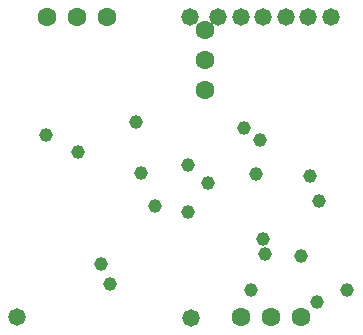
<source format=gbs>
G04 Layer_Color=16711935*
%FSLAX24Y24*%
%MOIN*%
G70*
G01*
G75*
%ADD43C,0.0630*%
%ADD44C,0.0580*%
%ADD45C,0.0460*%
D43*
X-2800Y1250D02*
D03*
X-4800D02*
D03*
X-3800D02*
D03*
X-6000Y9800D02*
D03*
X-11250Y11250D02*
D03*
X-10250D02*
D03*
X-6000Y10800D02*
D03*
Y8800D02*
D03*
X-9250Y11250D02*
D03*
D44*
X-6500D02*
D03*
X-6450Y1200D02*
D03*
X-5550Y11250D02*
D03*
X-4800D02*
D03*
X-4050D02*
D03*
X-12250Y1250D02*
D03*
X-2550Y11250D02*
D03*
X-3300D02*
D03*
X-1800D02*
D03*
D45*
X-2250Y1750D02*
D03*
X-1250Y2150D02*
D03*
X-6550Y4750D02*
D03*
X-7650Y4950D02*
D03*
X-9450Y3000D02*
D03*
X-2200Y5100D02*
D03*
X-2480Y5960D02*
D03*
X-4150Y7150D02*
D03*
X-4300Y6000D02*
D03*
X-8300Y7750D02*
D03*
X-4450Y2150D02*
D03*
X-11300Y7300D02*
D03*
X-6550Y6300D02*
D03*
X-5890Y5700D02*
D03*
X-4050Y3850D02*
D03*
X-4000Y3350D02*
D03*
X-2780Y3270D02*
D03*
X-9145Y2345D02*
D03*
X-10243Y6760D02*
D03*
X-8140Y6050D02*
D03*
X-4690Y7550D02*
D03*
M02*

</source>
